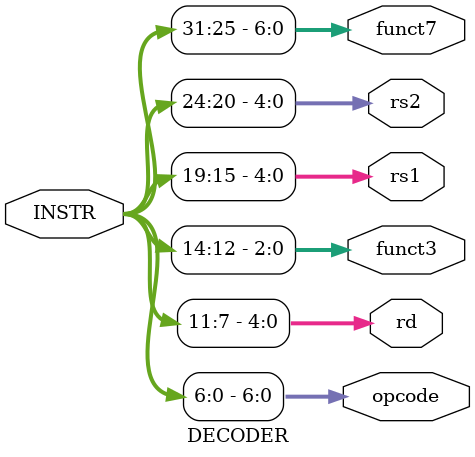
<source format=sv>
module DECODER #( parameter BITS = 32)
(
	input logic [BITS-1:0] INSTR,
	output logic [6:0] opcode,
	output logic [4:0] rd,
	output logic [2:0] funct3,
	output logic [4:0] rs1,
	output logic [4:0] rs2,
	output logic [6:0] funct7
);

assign funct7 = INSTR[31:25];
assign rs2 = INSTR[24:20];
assign rs1 = INSTR[19:15];
assign funct3 = INSTR[14:12];
assign rd = INSTR[11:7];
assign opcode = INSTR[6:0];

endmodule

</source>
